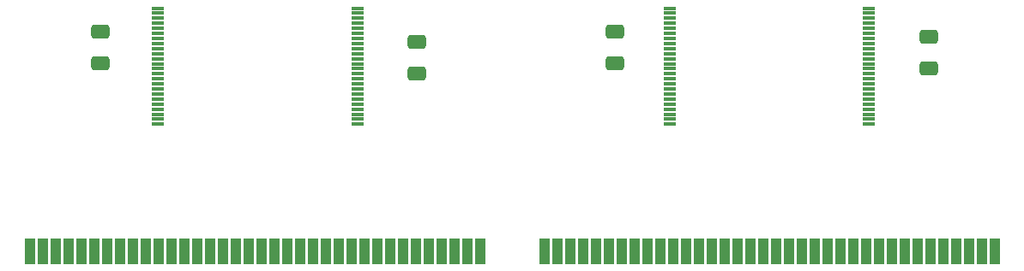
<source format=gtp>
G04 #@! TF.GenerationSoftware,KiCad,Pcbnew,7.0.9*
G04 #@! TF.CreationDate,2024-01-22T22:29:06+01:00*
G04 #@! TF.ProjectId,simm72_ram_8M10,73696d6d-3732-45f7-9261-6d5f384d3130,A*
G04 #@! TF.SameCoordinates,Original*
G04 #@! TF.FileFunction,Paste,Top*
G04 #@! TF.FilePolarity,Positive*
%FSLAX46Y46*%
G04 Gerber Fmt 4.6, Leading zero omitted, Abs format (unit mm)*
G04 Created by KiCad (PCBNEW 7.0.9) date 2024-01-22 22:29:06*
%MOMM*%
%LPD*%
G01*
G04 APERTURE LIST*
G04 Aperture macros list*
%AMRoundRect*
0 Rectangle with rounded corners*
0 $1 Rounding radius*
0 $2 $3 $4 $5 $6 $7 $8 $9 X,Y pos of 4 corners*
0 Add a 4 corners polygon primitive as box body*
4,1,4,$2,$3,$4,$5,$6,$7,$8,$9,$2,$3,0*
0 Add four circle primitives for the rounded corners*
1,1,$1+$1,$2,$3*
1,1,$1+$1,$4,$5*
1,1,$1+$1,$6,$7*
1,1,$1+$1,$8,$9*
0 Add four rect primitives between the rounded corners*
20,1,$1+$1,$2,$3,$4,$5,0*
20,1,$1+$1,$4,$5,$6,$7,0*
20,1,$1+$1,$6,$7,$8,$9,0*
20,1,$1+$1,$8,$9,$2,$3,0*%
G04 Aperture macros list end*
%ADD10R,1.040000X2.540000*%
%ADD11RoundRect,0.250000X0.650000X-0.412500X0.650000X0.412500X-0.650000X0.412500X-0.650000X-0.412500X0*%
%ADD12R,1.300000X0.300000*%
G04 APERTURE END LIST*
D10*
X57375000Y-113921000D03*
X58645000Y-113921000D03*
X59915000Y-113921000D03*
X61185000Y-113921000D03*
X62455000Y-113921000D03*
X63725000Y-113921000D03*
X64995000Y-113921000D03*
X66265000Y-113921000D03*
X67535000Y-113921000D03*
X68805000Y-113921000D03*
X70075000Y-113921000D03*
X71345000Y-113921000D03*
X72615000Y-113921000D03*
X73885000Y-113921000D03*
X75155000Y-113921000D03*
X76425000Y-113921000D03*
X77695000Y-113921000D03*
X78965000Y-113921000D03*
X80235000Y-113921000D03*
X81505000Y-113921000D03*
X82775000Y-113921000D03*
X84045000Y-113921000D03*
X85315000Y-113921000D03*
X86585000Y-113921000D03*
X87855000Y-113921000D03*
X89125000Y-113921000D03*
X90395000Y-113921000D03*
X91665000Y-113921000D03*
X92935000Y-113921000D03*
X94205000Y-113921000D03*
X95475000Y-113921000D03*
X96745000Y-113921000D03*
X98015000Y-113921000D03*
X99285000Y-113921000D03*
X100555000Y-113921000D03*
X101825000Y-113921000D03*
X108175000Y-113921000D03*
X109445000Y-113921000D03*
X110715000Y-113921000D03*
X111985000Y-113921000D03*
X113255000Y-113921000D03*
X114525000Y-113921000D03*
X115795000Y-113921000D03*
X117065000Y-113921000D03*
X118335000Y-113921000D03*
X119605000Y-113921000D03*
X120875000Y-113921000D03*
X122145000Y-113921000D03*
X123415000Y-113921000D03*
X124685000Y-113921000D03*
X125955000Y-113921000D03*
X127225000Y-113921000D03*
X128495000Y-113921000D03*
X129765000Y-113921000D03*
X131035000Y-113921000D03*
X132305000Y-113921000D03*
X133575000Y-113921000D03*
X134845000Y-113921000D03*
X136115000Y-113921000D03*
X137385000Y-113921000D03*
X138655000Y-113921000D03*
X139925000Y-113921000D03*
X141195000Y-113921000D03*
X142465000Y-113921000D03*
X143735000Y-113921000D03*
X145005000Y-113921000D03*
X146275000Y-113921000D03*
X147545000Y-113921000D03*
X148815000Y-113921000D03*
X150085000Y-113921000D03*
X151355000Y-113921000D03*
X152625000Y-113921000D03*
D11*
X115160000Y-95290500D03*
X115160000Y-92165500D03*
D12*
X89760000Y-101300000D03*
X89760000Y-100800000D03*
X89760000Y-100300000D03*
X89760000Y-99800000D03*
X89760000Y-99300000D03*
X89760000Y-98800000D03*
X89760000Y-98300000D03*
X89760000Y-97800000D03*
X89760000Y-97300000D03*
X89760000Y-96800000D03*
X89760000Y-96300000D03*
X89760000Y-95800000D03*
X89760000Y-95300000D03*
X89760000Y-94800000D03*
X89760000Y-94300000D03*
X89760000Y-93800000D03*
X89760000Y-93300000D03*
X89760000Y-92800000D03*
X89760000Y-92300000D03*
X89760000Y-91800000D03*
X89760000Y-91300000D03*
X89760000Y-90800000D03*
X89760000Y-90300000D03*
X89760000Y-89800000D03*
X70060000Y-89800000D03*
X70060000Y-90300000D03*
X70060000Y-90800000D03*
X70060000Y-91300000D03*
X70060000Y-91800000D03*
X70060000Y-92300000D03*
X70060000Y-92800000D03*
X70060000Y-93300000D03*
X70060000Y-93800000D03*
X70060000Y-94300000D03*
X70060000Y-94800000D03*
X70060000Y-95300000D03*
X70060000Y-95800000D03*
X70060000Y-96300000D03*
X70060000Y-96800000D03*
X70060000Y-97300000D03*
X70060000Y-97800000D03*
X70060000Y-98300000D03*
X70060000Y-98800000D03*
X70060000Y-99300000D03*
X70060000Y-99800000D03*
X70060000Y-100300000D03*
X70060000Y-100800000D03*
X70060000Y-101300000D03*
D11*
X146148000Y-95798500D03*
X146148000Y-92673500D03*
X64360000Y-95290500D03*
X64360000Y-92165500D03*
D12*
X140250000Y-101300000D03*
X140250000Y-100800000D03*
X140250000Y-100300000D03*
X140250000Y-99800000D03*
X140250000Y-99300000D03*
X140250000Y-98800000D03*
X140250000Y-98300000D03*
X140250000Y-97800000D03*
X140250000Y-97300000D03*
X140250000Y-96800000D03*
X140250000Y-96300000D03*
X140250000Y-95800000D03*
X140250000Y-95300000D03*
X140250000Y-94800000D03*
X140250000Y-94300000D03*
X140250000Y-93800000D03*
X140250000Y-93300000D03*
X140250000Y-92800000D03*
X140250000Y-92300000D03*
X140250000Y-91800000D03*
X140250000Y-91300000D03*
X140250000Y-90800000D03*
X140250000Y-90300000D03*
X140250000Y-89800000D03*
X120550000Y-89800000D03*
X120550000Y-90300000D03*
X120550000Y-90800000D03*
X120550000Y-91300000D03*
X120550000Y-91800000D03*
X120550000Y-92300000D03*
X120550000Y-92800000D03*
X120550000Y-93300000D03*
X120550000Y-93800000D03*
X120550000Y-94300000D03*
X120550000Y-94800000D03*
X120550000Y-95300000D03*
X120550000Y-95800000D03*
X120550000Y-96300000D03*
X120550000Y-96800000D03*
X120550000Y-97300000D03*
X120550000Y-97800000D03*
X120550000Y-98300000D03*
X120550000Y-98800000D03*
X120550000Y-99300000D03*
X120550000Y-99800000D03*
X120550000Y-100300000D03*
X120550000Y-100800000D03*
X120550000Y-101300000D03*
D11*
X95602000Y-96306500D03*
X95602000Y-93181500D03*
M02*

</source>
